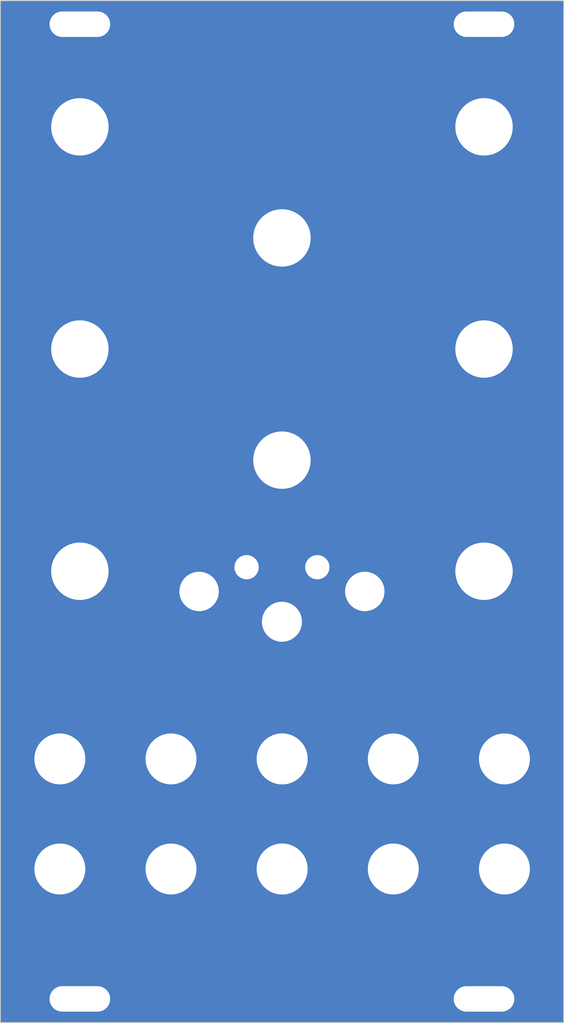
<source format=kicad_pcb>
(kicad_pcb (version 20221018) (generator pcbnew)
  (layers (0 "F.Cu" signal) (31 "B.Cu" signal) (34 "B.Paste" user) (35 "F.Paste" user) (36 "B.SilkS" user "B.Silkscreen") (37 "F.SilkS" user "F.Silkscreen") (38 "B.Mask" user) (39 "F.Mask" user) (44 "Edge.Cuts" user))
  (net 0 "")
  (net 1 "front")
  (footprint "synthesis:thonkiconn_panel" (layer "F.Cu") (at 75.5142 139.192)
    (fp_text reference "REF**" (at 0 -0.5 unlocked) (layer "F.SilkS") (effects (font (thickness 0.1))))
    (fp_text value "thonkiconn_panel" hide)
    (pad "" thru_hole circle (at 0 0) (size 7.9248 7.9248) (drill 6.4008) (layers "*.Cu" "*.Mask") (net 1 "front"))
  )
  (footprint "synthesis:thonkiconn_panel" (layer "F.Cu") (at 103.4542 139.192)
    (fp_text reference "REF**" (at 0 -0.5 unlocked) (layer "F.SilkS") (effects (font (thickness 0.1))))
    (fp_text value "thonkiconn_panel" hide)
    (pad "" thru_hole circle locked (at 0 0) (size 7.9248 7.9248) (drill 6.4008) (layers "*.Cu" "*.Mask") (net 1 "front"))
  )
  (footprint "synthesis:rogan_knob_1ps" (layer "F.Cu") (at 50.0888 101.7524)
    (fp_text reference "REF**" (at 0 -0.5 unlocked) (layer "F.SilkS") (effects (font (thickness 0.1))))
    (fp_text value "rogan_knob_1ps")
    (pad "1" thru_hole circle locked (at 0 0) (size 11.43 11.43) (drill 7.2136) (layers "*.Cu" "*.Mask") (net 1 "front"))
  )
  (footprint "synthesis:rogan_knob_1ps" (layer "F.Cu") (at 100.8888 101.7524)
    (fp_text reference "REF**" (at 0 -0.5 unlocked) (layer "F.SilkS") (effects (font (thickness 0.1))))
    (fp_text value "rogan_knob_1ps")
    (pad "1" thru_hole circle locked (at 0 0) (size 11.43 11.43) (drill 7.2136) (layers "*.Cu" "*.Mask") (net 1 "front"))
  )
  (footprint "synthesis:thonkiconn_panel" (layer "F.Cu") (at 89.4842 139.192)
    (fp_text reference "REF**" (at 0 -0.5 unlocked) (layer "F.SilkS") (effects (font (thickness 0.1))))
    (fp_text value "thonkiconn_panel" hide)
    (pad "" thru_hole circle locked (at 0 0) (size 7.9248 7.9248) (drill 6.4008) (layers "*.Cu" "*.Mask") (net 1 "front"))
  )
  (footprint "synthesis:thonkiconn_panel" (layer "F.Cu") (at 75.5142 125.349)
    (fp_text reference "REF**" (at 0 -0.5 unlocked) (layer "F.SilkS") (effects (font (thickness 0.1))))
    (fp_text value "thonkiconn_panel" hide)
    (pad "" thru_hole circle locked (at 0 0) (size 7.9248 7.9248) (drill 6.4008) (layers "*.Cu" "*.Mask") (net 1 "front"))
  )
  (footprint "synthesis:push_button_faceplate" (layer "F.Cu") (at 75.4888 108.1024)
    (fp_text reference "REF**" (at 0 -0.5 unlocked) (layer "F.SilkS") (effects (font (thickness 0.1))))
    (fp_text value "push_button_faceplate" hide)
    (pad "" thru_hole circle locked (at 0 0) (size 6.2992 6.2992) (drill 5.0292) (layers "*.Cu" "*.Mask") (net 1 "front"))
  )
  (footprint "synthesis:submini_faceplate" (layer "F.Cu") (at 85.9028 104.2924)
    (fp_text reference "REF**" (at 0 -0.5 unlocked) (layer "F.SilkS") (effects (font (thickness 0.1))))
    (fp_text value "submini_faceplate" hide)
    (pad "" thru_hole circle locked (at 0 0) (size 6.223 6.223) (drill 4.953) (layers "*.Cu" "*.Mask") (net 1 "front"))
  )
  (footprint "synthesis:thonkiconn_panel" (layer "F.Cu") (at 47.5742 139.192)
    (fp_text reference "REF**" (at 0 -0.5 unlocked) (layer "F.SilkS") (effects (font (thickness 0.1))))
    (fp_text value "thonkiconn_panel" hide)
    (pad "" thru_hole circle locked (at 0 0) (size 7.9248 7.9248) (drill 6.4008) (layers "*.Cu" "*.Mask") (net 1 "front"))
  )
  (footprint "synthesis:3mm_led_faceplate_hole" (layer "F.Cu") (at 79.9338 101.2444)
    (fp_text reference "REF**" hide)
    (fp_text value "3mm_led_faceplate_hole" hide)
    (pad "" thru_hole circle locked (at 0 0) (size 3.81 3.81) (drill 3.048) (layers "*.Cu" "*.Mask") (net 1 "front"))
  )
  (footprint "synthesis:eurorack_mounting_hole" (layer "F.Cu") (at 50.0888 32.9692)
    (fp_text reference "REF**" (at 0 -0.5 unlocked) (layer "F.SilkS") (effects (font (thickness 0.1))))
    (fp_text value "eurorack_mounting_hole" hide)
    (pad "1" thru_hole oval (at 0 0) (size 10.16 5.7404) (drill oval 7.62 3.2004) (layers "*.Cu" "*.Mask") (net 1 "front"))
  )
  (footprint "synthesis:eurorack_mounting_hole" (layer "F.Cu") (at 50.0888 155.5242)
    (fp_text reference "REF**" (at 0 -0.5 unlocked) (layer "F.SilkS") (effects (font (thickness 0.1))))
    (fp_text value "eurorack_mounting_hole" hide)
    (pad "1" thru_hole oval (at 0 0) (size 10.16 5.7404) (drill oval 7.62 3.2004) (layers "*.Cu" "*.Mask") (net 1 "front"))
  )
  (footprint "synthesis:rogan_knob_1ps" (layer "F.Cu") (at 100.8888 73.8124)
    (fp_text reference "REF**" (at 0 -0.5 unlocked) (layer "F.SilkS") (effects (font (thickness 0.1))))
    (fp_text value "rogan_knob_1ps")
    (pad "1" thru_hole circle locked (at 0 0) (size 11.43 11.43) (drill 7.2136) (layers "*.Cu" "*.Mask") (net 1 "front"))
  )
  (footprint "synthesis:thonkiconn_panel" (layer "F.Cu") (at 61.5442 125.349)
    (fp_text reference "REF**" (at 0 -0.5 unlocked) (layer "F.SilkS") (effects (font (thickness 0.1))))
    (fp_text value "thonkiconn_panel" hide)
    (pad "" thru_hole circle locked (at 0 0) (size 7.9248 7.9248) (drill 6.4008) (layers "*.Cu" "*.Mask") (net 1 "front"))
  )
  (footprint "synthesis:submini_faceplate" (layer "F.Cu") (at 65.0748 104.2924)
    (fp_text reference "REF**" (at 0 -0.5 unlocked) (layer "F.SilkS") (effects (font (thickness 0.1))))
    (fp_text value "submini_faceplate" hide)
    (pad "" thru_hole circle locked (at 0 0) (size 6.223 6.223) (drill 4.953) (layers "*.Cu" "*.Mask") (net 1 "front"))
  )
  (footprint "synthesis:thonkiconn_panel" (layer "F.Cu") (at 75.5142 139.192)
    (fp_text reference "REF**" (at 0 -0.5 unlocked) (layer "F.SilkS") (effects (font (thickness 0.1))))
    (fp_text value "thonkiconn_panel" hide)
    (pad "" thru_hole circle locked (at 0 0) (size 7.9248 7.9248) (drill 6.4008) (layers "*.Cu" "*.Mask") (net 1 "front"))
  )
  (footprint "synthesis:rogan_knob_1ps" (layer "F.Cu") (at 100.8888 45.8724)
    (fp_text reference "REF**" (at 0 -0.5 unlocked) (layer "F.SilkS") (effects (font (thickness 0.1))))
    (fp_text value "rogan_knob_1ps")
    (pad "1" thru_hole circle locked (at 0 0) (size 11.43 11.43) (drill 7.2136) (layers "*.Cu" "*.Mask") (net 1 "front"))
  )
  (footprint "synthesis:thonkiconn_panel" (layer "F.Cu") (at 47.5742 125.349)
    (fp_text reference "REF**" (at 0 -0.5 unlocked) (layer "F.SilkS") (effects (font (thickness 0.1))))
    (fp_text value "thonkiconn_panel" hide)
    (pad "" thru_hole circle locked (at 0 0) (size 7.9248 7.9248) (drill 6.4008) (layers "*.Cu" "*.Mask") (net 1 "front"))
  )
  (footprint "synthesis:eurorack_mounting_hole" (layer "F.Cu") (at 100.8888 155.5242)
    (fp_text reference "REF**" (at 0 -0.5 unlocked) (layer "F.SilkS") (effects (font (thickness 0.1))))
    (fp_text value "eurorack_mounting_hole" hide)
    (pad "1" thru_hole oval (at 0 0) (size 10.16 5.7404) (drill oval 7.62 3.2004) (layers "*.Cu" "*.Mask") (net 1 "front"))
  )
  (footprint "synthesis:eurorack_mounting_hole" (layer "F.Cu") (at 100.8888 32.9692)
    (fp_text reference "REF**" (at 0 -0.5 unlocked) (layer "F.SilkS") (effects (font (thickness 0.1))))
    (fp_text value "eurorack_mounting_hole" hide)
    (pad "1" thru_hole oval (at 0 0) (size 10.16 5.7404) (drill oval 7.62 3.2004) (layers "*.Cu" "*.Mask") (net 1 "front"))
  )
  (footprint "synthesis:rogan_knob_1ps" (layer "F.Cu") (at 50.0888 73.8124)
    (fp_text reference "REF**" (at 0 -0.5 unlocked) (layer "F.SilkS") (effects (font (thickness 0.1))))
    (fp_text value "rogan_knob_1ps")
    (pad "1" thru_hole circle locked (at 0 0) (size 11.43 11.43) (drill 7.2136) (layers "*.Cu" "*.Mask") (net 1 "front"))
  )
  (footprint "synthesis:thonkiconn_panel" (layer "F.Cu") (at 89.4842 125.349)
    (fp_text reference "REF**" (at 0 -0.5 unlocked) (layer "F.SilkS") (effects (font (thickness 0.1))))
    (fp_text value "thonkiconn_panel" hide)
    (pad "" thru_hole circle locked (at 0 0) (size 7.9248 7.9248) (drill 6.4008) (layers "*.Cu" "*.Mask") (net 1 "front"))
  )
  (footprint "synthesis:thonkiconn_panel" (layer "F.Cu") (at 103.4542 125.349)
    (fp_text reference "REF**" (at 0 -0.5 unlocked) (layer "F.SilkS") (effects (font (thickness 0.1))))
    (fp_text value "thonkiconn_panel" hide)
    (pad "" thru_hole circle locked (at 0 0) (size 7.9248 7.9248) (drill 6.4008) (layers "*.Cu" "*.Mask") (net 1 "front"))
  )
  (footprint "synthesis:3mm_led_faceplate_hole" (layer "F.Cu") (at 70.2818 101.2444)
    (fp_text reference "REF**" hide)
    (fp_text value "3mm_led_faceplate_hole" hide)
    (pad "" thru_hole circle locked (at 0.762 0) (size 3.81 3.81) (drill 3.048) (layers "*.Cu" "*.Mask") (net 1 "front"))
  )
  (footprint "synthesis:rogan_knob_1ps" (layer "F.Cu") (at 75.4888 87.7824)
    (fp_text reference "REF**" (at 0 -0.5 unlocked) (layer "F.SilkS") (effects (font (thickness 0.1))))
    (fp_text value "rogan_knob_1ps")
    (pad "1" thru_hole circle locked (at 0 0) (size 11.43 11.43) (drill 7.2136) (layers "*.Cu" "*.Mask") (net 1 "front"))
  )
  (footprint "synthesis:thonkiconn_panel" (layer "F.Cu") (at 75.5142 125.349)
    (fp_text reference "REF**" (at 0 -0.5 unlocked) (layer "F.SilkS") (effects (font (thickness 0.1))))
    (fp_text value "thonkiconn_panel" hide)
    (pad "" thru_hole circle (at 0 0) (size 7.9248 7.9248) (drill 6.4008) (layers "*.Cu" "*.Mask") (net 1 "front"))
  )
  (footprint "synthesis:thonkiconn_panel" (layer "F.Cu") (at 61.5442 139.192)
    (fp_text reference "REF**" (at 0 -0.5 unlocked) (layer "F.SilkS") (effects (font (thickness 0.1))))
    (fp_text value "thonkiconn_panel" hide)
    (pad "" thru_hole circle locked (at 0 0) (size 7.9248 7.9248) (drill 6.4008) (layers "*.Cu" "*.Mask") (net 1 "front"))
  )
  (footprint "synthesis:rogan_knob_1ps" (layer "F.Cu") (at 50.0888 45.8724)
    (fp_text reference "REF**" (at 0 -0.5 unlocked) (layer "F.SilkS") (effects (font (thickness 0.1))))
    (fp_text value "rogan_knob_1ps")
    (pad "1" thru_hole circle locked (at 0 0) (size 11.43 11.43) (drill 7.2136) (layers "*.Cu" "*.Mask") (net 1 "front"))
  )
  (footprint "synthesis:rogan_knob_1ps" (layer "F.Cu") (at 75.4888 59.8424)
    (fp_text reference "REF**" (at 0 -0.5 unlocked) (layer "F.SilkS") (effects (font (thickness 0.1))))
    (fp_text value "rogan_knob_1ps")
    (pad "1" thru_hole circle locked (at 0 0) (size 11.43 11.43) (drill 7.2136) (layers "*.Cu" "*.Mask") (net 1 "front"))
  )
  (gr_rect (start 40.1 30) (end 110.9 158.5) (stroke (width 0.1)) (fill none) (layer "Edge.Cuts"))
  (zone locked (net 1) (net_name "front") (layer "F.Cu") (connect_pads yes (clearance 0.5)) (min_thickness 0.25) (fill yes (thermal_gap 0.5) (thermal_bridge_width 0.5) (island_removal_mode 1) (island_area_min 9.999999))
    (polygon (pts (xy 40.1066 29.9974) (xy 110.8964 29.9974) (xy 110.8964 158.496) (xy 40.132 158.496) (xy 40.1066 158.4706)))
  )
  (zone (net 1) (net_name "front") (layer "B.Cu") (priority 1) (connect_pads yes (clearance 0.5)) (min_thickness 0.25) (fill yes (thermal_gap 0.5) (thermal_bridge_width 0.5))
    (polygon (pts (xy 40.1066 29.9974) (xy 110.8964 29.9974) (xy 110.8964 158.496) (xy 110.871 158.5214) (xy 40.1066 158.5214)))
  )
)
</source>
